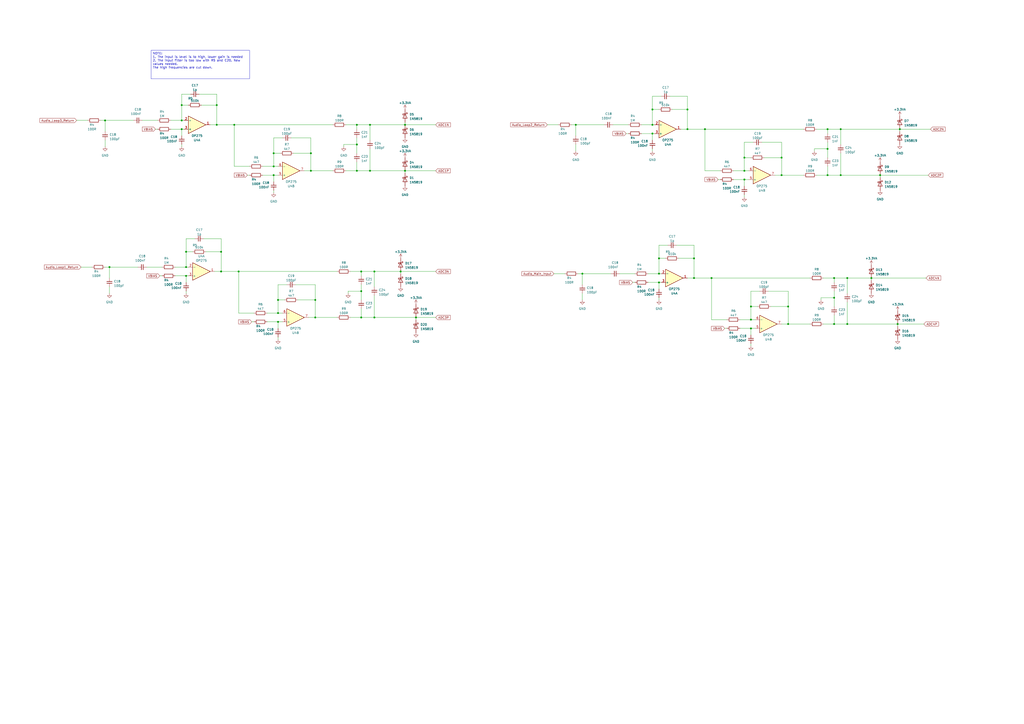
<source format=kicad_sch>
(kicad_sch (version 20231120) (generator "eeschema") (generator_version "8.0")
  (paper "A2")
  (junction (at 334.01 72.39))
  (junction (at 402.59 149.86))
  (junction (at 521.97 74.93))
  (junction (at 510.54 101.6))
  (junction (at 402.59 161.29))
  (junction (at 158.75 101.6))
  (junction (at 209.55 157.48))
  (junction (at 520.7 187.96))
  (junction (at 182.88 173.99))
  (junction (at 483.87 187.96))
  (junction (at 158.75 96.52))
  (junction (at 398.78 74.93))
  (junction (at 491.49 161.29))
  (junction (at 487.68 74.93))
  (junction (at 483.87 161.29))
  (junction (at 398.78 63.5))
  (junction (at 431.8 91.44))
  (junction (at 480.06 86.36))
  (junction (at 158.75 88.9))
  (junction (at 217.17 184.15))
  (junction (at 125.73 72.39))
  (junction (at 378.46 63.5))
  (junction (at 378.46 72.39))
  (junction (at 382.27 163.83))
  (junction (at 435.61 190.5))
  (junction (at 480.06 74.93))
  (junction (at 180.34 99.06))
  (junction (at 161.29 186.69))
  (junction (at 138.43 157.48))
  (junction (at 135.89 72.39))
  (junction (at 453.39 91.44))
  (junction (at 491.49 187.96))
  (junction (at 435.61 177.8))
  (junction (at 60.96 69.85))
  (junction (at 63.5 154.94))
  (junction (at 378.46 77.47))
  (junction (at 337.82 158.75))
  (junction (at 483.87 172.72))
  (junction (at 207.01 83.82))
  (junction (at 128.27 146.05))
  (junction (at 234.95 99.06))
  (junction (at 382.27 149.86))
  (junction (at 241.3 184.15))
  (junction (at 182.88 184.15))
  (junction (at 217.17 157.48))
  (junction (at 453.39 101.6))
  (junction (at 105.41 74.93))
  (junction (at 161.29 181.61))
  (junction (at 105.41 60.96))
  (junction (at 431.8 99.06))
  (junction (at 207.01 99.06))
  (junction (at 207.01 72.39))
  (junction (at 214.63 99.06))
  (junction (at 457.2 187.96))
  (junction (at 435.61 185.42))
  (junction (at 107.95 154.94))
  (junction (at 125.73 60.96))
  (junction (at 505.46 161.29))
  (junction (at 487.68 101.6))
  (junction (at 382.27 158.75))
  (junction (at 107.95 146.05))
  (junction (at 431.8 104.14))
  (junction (at 161.29 173.99))
  (junction (at 408.94 74.93))
  (junction (at 105.41 69.85))
  (junction (at 232.41 157.48))
  (junction (at 214.63 72.39))
  (junction (at 457.2 177.8))
  (junction (at 480.06 101.6))
  (junction (at 180.34 88.9))
  (junction (at 128.27 157.48))
  (junction (at 107.95 160.02))
  (junction (at 209.55 184.15))
  (junction (at 209.55 168.91))
  (junction (at 412.75 161.29))
  (junction (at 234.95 72.39))
  (wire (pts (xy 387.35 142.24) (xy 382.27 142.24)))
  (wire (pts (xy 382.27 158.75) (xy 383.54 158.75)))
  (wire (pts (xy 161.29 186.69) (xy 161.29 190.5)))
  (wire (pts (xy 209.55 168.91) (xy 209.55 173.99)))
  (wire (pts (xy 217.17 171.45) (xy 217.17 184.15)))
  (wire (pts (xy 417.83 99.06) (xy 408.94 99.06)))
  (wire (pts (xy 161.29 165.1) (xy 161.29 173.99)))
  (wire (pts (xy 110.49 54.61) (xy 105.41 54.61)))
  (wire (pts (xy 521.97 76.2) (xy 521.97 74.93)))
  (wire (pts (xy 487.68 101.6) (xy 510.54 101.6)))
  (wire (pts (xy 457.2 187.96) (xy 457.2 177.8)))
  (wire (pts (xy 440.69 168.91) (xy 435.61 168.91)))
  (wire (pts (xy 63.5 154.94) (xy 63.5 161.29)))
  (wire (pts (xy 378.46 63.5) (xy 382.27 63.5)))
  (wire (pts (xy 412.75 161.29) (xy 469.9 161.29)))
  (wire (pts (xy 207.01 99.06) (xy 207.01 93.98)))
  (wire (pts (xy 217.17 157.48) (xy 232.41 157.48)))
  (wire (pts (xy 394.97 74.93) (xy 398.78 74.93)))
  (wire (pts (xy 128.27 146.05) (xy 128.27 157.48)))
  (wire (pts (xy 63.5 166.37) (xy 63.5 170.18)))
  (wire (pts (xy 431.8 104.14) (xy 434.34 104.14)))
  (wire (pts (xy 101.6 160.02) (xy 107.95 160.02)))
  (wire (pts (xy 82.55 69.85) (xy 91.44 69.85)))
  (wire (pts (xy 234.95 99.06) (xy 252.73 99.06)))
  (wire (pts (xy 60.96 69.85) (xy 77.47 69.85)))
  (wire (pts (xy 473.71 74.93) (xy 480.06 74.93)))
  (wire (pts (xy 359.41 158.75) (xy 368.3 158.75)))
  (wire (pts (xy 331.47 72.39) (xy 334.01 72.39)))
  (wire (pts (xy 207.01 83.82) (xy 207.01 88.9)))
  (wire (pts (xy 383.54 55.88) (xy 378.46 55.88)))
  (wire (pts (xy 337.82 158.75) (xy 354.33 158.75)))
  (wire (pts (xy 115.57 54.61) (xy 125.73 54.61)))
  (wire (pts (xy 491.49 175.26) (xy 491.49 187.96)))
  (wire (pts (xy 472.44 86.36) (xy 480.06 86.36)))
  (wire (pts (xy 476.25 172.72) (xy 476.25 173.99)))
  (wire (pts (xy 402.59 149.86) (xy 402.59 161.29)))
  (wire (pts (xy 158.75 96.52) (xy 152.4 96.52)))
  (wire (pts (xy 435.61 190.5) (xy 435.61 194.31)))
  (wire (pts (xy 241.3 185.42) (xy 241.3 184.15)))
  (wire (pts (xy 372.11 72.39) (xy 378.46 72.39)))
  (wire (pts (xy 337.82 158.75) (xy 337.82 165.1)))
  (wire (pts (xy 480.06 74.93) (xy 487.68 74.93)))
  (wire (pts (xy 480.06 77.47) (xy 480.06 74.93)))
  (wire (pts (xy 118.11 138.43) (xy 128.27 138.43)))
  (wire (pts (xy 389.89 63.5) (xy 398.78 63.5)))
  (wire (pts (xy 378.46 63.5) (xy 378.46 55.88)))
  (wire (pts (xy 337.82 170.18) (xy 337.82 173.99)))
  (wire (pts (xy 435.61 199.39) (xy 435.61 200.66)))
  (wire (pts (xy 209.55 165.1) (xy 209.55 168.91)))
  (wire (pts (xy 116.84 60.96) (xy 125.73 60.96)))
  (wire (pts (xy 234.95 72.39) (xy 234.95 71.12)))
  (wire (pts (xy 135.89 96.52) (xy 135.89 72.39)))
  (wire (pts (xy 180.34 99.06) (xy 193.04 99.06)))
  (wire (pts (xy 378.46 86.36) (xy 378.46 87.63)))
  (wire (pts (xy 201.93 168.91) (xy 209.55 168.91)))
  (wire (pts (xy 214.63 99.06) (xy 207.01 99.06)))
  (wire (pts (xy 144.78 96.52) (xy 135.89 96.52)))
  (wire (pts (xy 128.27 157.48) (xy 138.43 157.48)))
  (wire (pts (xy 491.49 161.29) (xy 491.49 170.18)))
  (wire (pts (xy 382.27 149.86) (xy 382.27 142.24)))
  (wire (pts (xy 520.7 189.23) (xy 520.7 187.96)))
  (wire (pts (xy 180.34 80.01) (xy 180.34 88.9)))
  (wire (pts (xy 105.41 69.85) (xy 106.68 69.85)))
  (wire (pts (xy 158.75 101.6) (xy 158.75 105.41)))
  (wire (pts (xy 412.75 185.42) (xy 412.75 161.29)))
  (wire (pts (xy 321.31 158.75) (xy 327.66 158.75)))
  (wire (pts (xy 505.46 162.56) (xy 505.46 161.29)))
  (wire (pts (xy 487.68 88.9) (xy 487.68 101.6)))
  (wire (pts (xy 363.22 77.47) (xy 364.49 77.47)))
  (wire (pts (xy 234.95 100.33) (xy 234.95 99.06)))
  (wire (pts (xy 207.01 74.93) (xy 207.01 72.39)))
  (wire (pts (xy 207.01 80.01) (xy 207.01 83.82)))
  (wire (pts (xy 453.39 101.6) (xy 453.39 91.44)))
  (wire (pts (xy 334.01 72.39) (xy 334.01 78.74)))
  (wire (pts (xy 234.95 72.39) (xy 252.73 72.39)))
  (wire (pts (xy 402.59 149.86) (xy 402.59 142.24)))
  (wire (pts (xy 431.8 82.55) (xy 431.8 91.44)))
  (wire (pts (xy 214.63 72.39) (xy 214.63 81.28)))
  (wire (pts (xy 317.5 72.39) (xy 323.85 72.39)))
  (wire (pts (xy 420.37 190.5) (xy 421.64 190.5)))
  (wire (pts (xy 435.61 91.44) (xy 431.8 91.44)))
  (wire (pts (xy 85.09 154.94) (xy 93.98 154.94)))
  (wire (pts (xy 105.41 83.82) (xy 105.41 85.09)))
  (wire (pts (xy 128.27 146.05) (xy 128.27 138.43)))
  (wire (pts (xy 477.52 187.96) (xy 483.87 187.96)))
  (wire (pts (xy 152.4 101.6) (xy 158.75 101.6)))
  (wire (pts (xy 483.87 172.72) (xy 483.87 177.8)))
  (wire (pts (xy 90.17 74.93) (xy 91.44 74.93)))
  (wire (pts (xy 217.17 184.15) (xy 209.55 184.15)))
  (wire (pts (xy 135.89 72.39) (xy 193.04 72.39)))
  (wire (pts (xy 378.46 77.47) (xy 379.73 77.47)))
  (wire (pts (xy 483.87 187.96) (xy 483.87 182.88)))
  (wire (pts (xy 170.18 88.9) (xy 180.34 88.9)))
  (wire (pts (xy 416.56 104.14) (xy 417.83 104.14)))
  (wire (pts (xy 453.39 187.96) (xy 457.2 187.96)))
  (wire (pts (xy 161.29 181.61) (xy 154.94 181.61)))
  (wire (pts (xy 436.88 82.55) (xy 431.8 82.55)))
  (wire (pts (xy 457.2 168.91) (xy 457.2 177.8)))
  (wire (pts (xy 158.75 80.01) (xy 158.75 88.9)))
  (wire (pts (xy 491.49 187.96) (xy 483.87 187.96)))
  (wire (pts (xy 209.55 184.15) (xy 209.55 179.07)))
  (wire (pts (xy 214.63 99.06) (xy 234.95 99.06)))
  (wire (pts (xy 367.03 163.83) (xy 368.3 163.83)))
  (wire (pts (xy 214.63 72.39) (xy 234.95 72.39)))
  (wire (pts (xy 182.88 165.1) (xy 182.88 173.99)))
  (wire (pts (xy 392.43 142.24) (xy 402.59 142.24)))
  (wire (pts (xy 431.8 99.06) (xy 434.34 99.06)))
  (wire (pts (xy 166.37 165.1) (xy 161.29 165.1)))
  (wire (pts (xy 201.93 168.91) (xy 201.93 170.18)))
  (wire (pts (xy 382.27 163.83) (xy 383.54 163.83)))
  (wire (pts (xy 125.73 54.61) (xy 125.73 60.96)))
  (wire (pts (xy 334.01 72.39) (xy 350.52 72.39)))
  (wire (pts (xy 107.95 160.02) (xy 107.95 163.83)))
  (wire (pts (xy 147.32 181.61) (xy 138.43 181.61)))
  (wire (pts (xy 199.39 83.82) (xy 199.39 85.09)))
  (wire (pts (xy 372.11 77.47) (xy 378.46 77.47)))
  (wire (pts (xy 107.95 146.05) (xy 111.76 146.05)))
  (wire (pts (xy 99.06 69.85) (xy 105.41 69.85)))
  (wire (pts (xy 480.06 86.36) (xy 480.06 91.44)))
  (wire (pts (xy 143.51 101.6) (xy 144.78 101.6)))
  (wire (pts (xy 171.45 165.1) (xy 182.88 165.1)))
  (wire (pts (xy 121.92 72.39) (xy 125.73 72.39)))
  (wire (pts (xy 92.71 160.02) (xy 93.98 160.02)))
  (wire (pts (xy 408.94 99.06) (xy 408.94 74.93)))
  (wire (pts (xy 447.04 177.8) (xy 457.2 177.8)))
  (wire (pts (xy 491.49 161.29) (xy 505.46 161.29)))
  (wire (pts (xy 58.42 69.85) (xy 60.96 69.85)))
  (wire (pts (xy 435.61 168.91) (xy 435.61 177.8)))
  (wire (pts (xy 161.29 173.99) (xy 161.29 181.61)))
  (wire (pts (xy 180.34 99.06) (xy 180.34 88.9)))
  (wire (pts (xy 520.7 187.96) (xy 535.94 187.96)))
  (wire (pts (xy 408.94 74.93) (xy 466.09 74.93)))
  (wire (pts (xy 487.68 74.93) (xy 521.97 74.93)))
  (wire (pts (xy 172.72 173.99) (xy 182.88 173.99)))
  (wire (pts (xy 60.96 81.28) (xy 60.96 85.09)))
  (wire (pts (xy 107.95 154.94) (xy 107.95 146.05)))
  (wire (pts (xy 99.06 74.93) (xy 105.41 74.93)))
  (wire (pts (xy 168.91 80.01) (xy 180.34 80.01)))
  (wire (pts (xy 510.54 102.87) (xy 510.54 101.6)))
  (wire (pts (xy 445.77 168.91) (xy 457.2 168.91)))
  (wire (pts (xy 107.95 146.05) (xy 107.95 138.43)))
  (wire (pts (xy 453.39 101.6) (xy 466.09 101.6)))
  (wire (pts (xy 402.59 161.29) (xy 412.75 161.29)))
  (wire (pts (xy 453.39 82.55) (xy 453.39 91.44)))
  (wire (pts (xy 146.05 186.69) (xy 147.32 186.69)))
  (wire (pts (xy 443.23 91.44) (xy 453.39 91.44)))
  (wire (pts (xy 429.26 190.5) (xy 435.61 190.5)))
  (wire (pts (xy 382.27 172.72) (xy 382.27 173.99)))
  (wire (pts (xy 138.43 157.48) (xy 195.58 157.48)))
  (wire (pts (xy 421.64 185.42) (xy 412.75 185.42)))
  (wire (pts (xy 435.61 185.42) (xy 429.26 185.42)))
  (wire (pts (xy 161.29 181.61) (xy 163.83 181.61)))
  (wire (pts (xy 441.96 82.55) (xy 453.39 82.55)))
  (wire (pts (xy 388.62 55.88) (xy 398.78 55.88)))
  (wire (pts (xy 209.55 160.02) (xy 209.55 157.48)))
  (wire (pts (xy 480.06 101.6) (xy 480.06 96.52)))
  (wire (pts (xy 435.61 185.42) (xy 438.15 185.42)))
  (wire (pts (xy 375.92 163.83) (xy 382.27 163.83)))
  (wire (pts (xy 435.61 190.5) (xy 438.15 190.5)))
  (wire (pts (xy 378.46 72.39) (xy 378.46 63.5)))
  (wire (pts (xy 378.46 72.39) (xy 379.73 72.39)))
  (wire (pts (xy 398.78 63.5) (xy 398.78 74.93)))
  (wire (pts (xy 203.2 184.15) (xy 209.55 184.15)))
  (wire (pts (xy 158.75 110.49) (xy 158.75 111.76)))
  (wire (pts (xy 217.17 157.48) (xy 217.17 166.37)))
  (wire (pts (xy 107.95 168.91) (xy 107.95 170.18)))
  (wire (pts (xy 480.06 82.55) (xy 480.06 86.36)))
  (wire (pts (xy 241.3 184.15) (xy 252.73 184.15)))
  (wire (pts (xy 105.41 69.85) (xy 105.41 60.96)))
  (wire (pts (xy 505.46 161.29) (xy 537.21 161.29)))
  (wire (pts (xy 398.78 63.5) (xy 398.78 55.88)))
  (wire (pts (xy 431.8 104.14) (xy 431.8 107.95)))
  (wire (pts (xy 439.42 177.8) (xy 435.61 177.8)))
  (wire (pts (xy 473.71 101.6) (xy 480.06 101.6)))
  (wire (pts (xy 431.8 99.06) (xy 425.45 99.06)))
  (wire (pts (xy 487.68 74.93) (xy 487.68 83.82)))
  (wire (pts (xy 46.99 154.94) (xy 53.34 154.94)))
  (wire (pts (xy 44.45 69.85) (xy 50.8 69.85)))
  (wire (pts (xy 491.49 187.96) (xy 520.7 187.96)))
  (wire (pts (xy 161.29 195.58) (xy 161.29 196.85)))
  (wire (pts (xy 398.78 74.93) (xy 408.94 74.93)))
  (wire (pts (xy 158.75 88.9) (xy 158.75 96.52)))
  (wire (pts (xy 457.2 187.96) (xy 469.9 187.96)))
  (wire (pts (xy 101.6 154.94) (xy 107.95 154.94)))
  (wire (pts (xy 398.78 161.29) (xy 402.59 161.29)))
  (wire (pts (xy 476.25 172.72) (xy 483.87 172.72)))
  (wire (pts (xy 105.41 60.96) (xy 109.22 60.96)))
  (wire (pts (xy 182.88 184.15) (xy 195.58 184.15)))
  (wire (pts (xy 483.87 163.83) (xy 483.87 161.29)))
  (wire (pts (xy 382.27 149.86) (xy 386.08 149.86)))
  (wire (pts (xy 209.55 157.48) (xy 217.17 157.48)))
  (wire (pts (xy 60.96 69.85) (xy 60.96 76.2)))
  (wire (pts (xy 355.6 72.39) (xy 364.49 72.39)))
  (wire (pts (xy 335.28 158.75) (xy 337.82 158.75)))
  (wire (pts (xy 431.8 91.44) (xy 431.8 99.06)))
  (wire (pts (xy 158.75 96.52) (xy 161.29 96.52)))
  (wire (pts (xy 435.61 177.8) (xy 435.61 185.42)))
  (wire (pts (xy 125.73 72.39) (xy 135.89 72.39)))
  (wire (pts (xy 378.46 77.47) (xy 378.46 81.28)))
  (wire (pts (xy 63.5 154.94) (xy 80.01 154.94)))
  (wire (pts (xy 176.53 99.06) (xy 180.34 99.06)))
  (wire (pts (xy 119.38 146.05) (xy 128.27 146.05)))
  (wire (pts (xy 483.87 161.29) (xy 491.49 161.29)))
  (wire (pts (xy 105.41 54.61) (xy 105.41 60.96)))
  (wire (pts (xy 477.52 161.29) (xy 483.87 161.29)))
  (wire (pts (xy 105.41 74.93) (xy 106.68 74.93)))
  (wire (pts (xy 487.68 101.6) (xy 480.06 101.6)))
  (wire (pts (xy 483.87 168.91) (xy 483.87 172.72)))
  (wire (pts (xy 217.17 184.15) (xy 241.3 184.15)))
  (wire (pts (xy 382.27 163.83) (xy 382.27 167.64)))
  (wire (pts (xy 232.41 157.48) (xy 252.73 157.48)))
  (wire (pts (xy 199.39 83.82) (xy 207.01 83.82)))
  (wire (pts (xy 472.44 86.36) (xy 472.44 87.63)))
  (wire (pts (xy 203.2 157.48) (xy 209.55 157.48)))
  (wire (pts (xy 162.56 88.9) (xy 158.75 88.9)))
  (wire (pts (xy 393.7 149.86) (xy 402.59 149.86)))
  (wire (pts (xy 154.94 186.69) (xy 161.29 186.69)))
  (wire (pts (xy 163.83 80.01) (xy 158.75 80.01)))
  (wire (pts (xy 425.45 104.14) (xy 431.8 104.14)))
  (wire (pts (xy 521.97 74.93) (xy 539.75 74.93)))
  (wire (pts (xy 113.03 138.43) (xy 107.95 138.43)))
  (wire (pts (xy 161.29 186.69) (xy 163.83 186.69)))
  (wire (pts (xy 124.46 157.48) (xy 128.27 157.48)))
  (wire (pts (xy 107.95 154.94) (xy 109.22 154.94)))
  (wire (pts (xy 165.1 173.99) (xy 161.29 173.99)))
  (wire (pts (xy 125.73 60.96) (xy 125.73 72.39)))
  (wire (pts (xy 382.27 158.75) (xy 382.27 149.86)))
  (wire (pts (xy 232.41 158.75) (xy 232.41 157.48)))
  (wire (pts (xy 449.58 101.6) (xy 453.39 101.6)))
  (wire (pts (xy 214.63 86.36) (xy 214.63 99.06)))
  (wire (pts (xy 179.07 184.15) (xy 182.88 184.15)))
  (wire (pts (xy 431.8 113.03) (xy 431.8 114.3)))
  (wire (pts (xy 158.75 101.6) (xy 161.29 101.6)))
  (wire (pts (xy 334.01 83.82) (xy 334.01 87.63)))
  (wire (pts (xy 182.88 184.15) (xy 182.88 173.99)))
  (wire (pts (xy 107.95 160.02) (xy 109.22 160.02)))
  (wire (pts (xy 200.66 99.06) (xy 207.01 99.06)))
  (wire (pts (xy 60.96 154.94) (xy 63.5 154.94)))
  (wire (pts (xy 510.54 101.6) (xy 538.48 101.6)))
  (wire (pts (xy 105.41 74.93) (xy 105.41 78.74)))
  (wire (pts (xy 200.66 72.39) (xy 207.01 72.39)))
  (wire (pts (xy 375.92 158.75) (xy 382.27 158.75)))
  (wire (pts (xy 138.43 181.61) (xy 138.43 157.48)))
  (wire (pts (xy 207.01 72.39) (xy 214.63 72.39)))
  (text_box "NOTE: \n1. The input is level is to high, lower gain is needed\n2. The input filter is too low with R5 and C20. New values needed.\nThe high frequencies are cut down." (at 87.63 29.21 0) (size 57.15 16.51) (effects (font (size 1.27 1.27)) (justify left top)))
  (global_label "ADC1N" (shape input) (at 252.73 72.39 0) (property "Intersheetrefs" "${INTERSHEET_REFS}" (effects (hide yes))))
  (global_label "VBIAS" (shape input) (at 92.71 160.02 180) (property "Intersheetrefs" "${INTERSHEET_REFS}" (effects (hide yes))))
  (global_label "VBIAS" (shape input) (at 90.17 74.93 180) (property "Intersheetrefs" "${INTERSHEET_REFS}" (effects (hide yes))))
  (global_label "ADC4P" (shape input) (at 535.94 187.96 0) (property "Intersheetrefs" "${INTERSHEET_REFS}" (effects (hide yes))))
  (global_label "Audio_Main_Input" (shape input) (at 321.31 158.75 180) (property "Intersheetrefs" "${INTERSHEET_REFS}" (effects (hide yes))))
  (global_label "VBIAS" (shape input) (at 420.37 190.5 180) (property "Intersheetrefs" "${INTERSHEET_REFS}" (effects (hide yes))))
  (global_label "Audio_Loop3_Return" (shape input) (at 44.45 69.85 180) (property "Intersheetrefs" "${INTERSHEET_REFS}" (effects (hide yes))))
  (global_label "VBIAS" (shape input) (at 363.22 77.47 180) (property "Intersheetrefs" "${INTERSHEET_REFS}" (effects (hide yes))))
  (global_label "ADC2P" (shape input) (at 538.48 101.6 0) (property "Intersheetrefs" "${INTERSHEET_REFS}" (effects (hide yes))))
  (global_label "VBIAS" (shape input) (at 146.05 186.69 180) (property "Intersheetrefs" "${INTERSHEET_REFS}" (effects (hide yes))))
  (global_label "ADC4N" (shape input) (at 537.21 161.29 0) (property "Intersheetrefs" "${INTERSHEET_REFS}" (effects (hide yes))))
  (global_label "VBIAS" (shape input) (at 143.51 101.6 180) (property "Intersheetrefs" "${INTERSHEET_REFS}" (effects (hide yes))))
  (global_label "ADC1P" (shape input) (at 252.73 99.06 0) (property "Intersheetrefs" "${INTERSHEET_REFS}" (effects (hide yes))))
  (global_label "ADC3N" (shape input) (at 252.73 157.48 0) (property "Intersheetrefs" "${INTERSHEET_REFS}" (effects (hide yes))))
  (global_label "Audio_Loop2_Return" (shape input) (at 317.5 72.39 180) (property "Intersheetrefs" "${INTERSHEET_REFS}" (effects (hide yes))))
  (global_label "VBIAS" (shape input) (at 367.03 163.83 180) (property "Intersheetrefs" "${INTERSHEET_REFS}" (effects (hide yes))))
  (global_label "VBIAS" (shape input) (at 416.56 104.14 180) (property "Intersheetrefs" "${INTERSHEET_REFS}" (effects (hide yes))))
  (global_label "Audio_Loop1_Return" (shape input) (at 46.99 154.94 180) (property "Intersheetrefs" "${INTERSHEET_REFS}" (effects (hide yes))))
  (global_label "ADC3P" (shape input) (at 252.73 184.15 0) (property "Intersheetrefs" "${INTERSHEET_REFS}" (effects (hide yes))))
  (global_label "ADC2N" (shape input) (at 539.75 74.93 0) (property "Intersheetrefs" "${INTERSHEET_REFS}" (effects (hide yes))))
  (symbol (lib_id "Amplifier_Operational:OP275") (at 168.91 99.06 0) (mirror x) (unit 2)
    (property "Reference" "U4" (at 168.91 107.95 0))
    (property "Value" "OP275" (at 168.91 105.41 0))
    (property "Footprint" "Package_SO:SSOP-8_3.9x5.05mm_P1.27mm" (effects (hide yes)))
    (property "Datasheet" "https://www.analog.com/media/en/technical-documentation/data-sheets/OP275.pdf" (effects (hide yes)))
    (property "JLCPCB" "C161797" (effects (hide yes)))
    (property "LCSC Part" "C161797" (effects (hide yes)))
  )
  (symbol (lib_id "Device:R") (at 368.3 77.47 270) (mirror x) (unit 1)
    (property "Reference" "R4" (at 367.03 80.01 90))
    (property "Value" "100R" (at 368.3 82.55 90))
    (property "Footprint" "Resistor_SMD:R_0603_1608Metric" (effects (hide yes)))
    (property "JLCPCB" "C22775" (effects (hide yes)))
    (property "LCSC Part" "C22775" (effects (hide yes)))
    (instances (project "stm_audio_board_V3" (path "" (reference "R4") (unit 1)) (path "" (reference "R34") (unit 1))))
  )
  (symbol (lib_id "power:GND") (at 241.3 193.04 0) (unit 1)
    (property "Reference" "#PWR02" (effects (hide yes)))
    (property "Value" "GND" (at 241.3 198.12 0))
    (instances (project "stm_audio_board_V3" (path "" (reference "#PWR02") (unit 1)) (path "" (reference "#PWR01") (unit 1)) (path "" (reference "#PWR0208") (unit 1))))
  )
  (symbol (lib_id "Device:R") (at 421.64 99.06 270) (unit 1)
    (property "Reference" "R6" (at 421.64 93.98 90))
    (property "Value" "4k7" (at 421.64 96.52 90))
    (property "Footprint" "Resistor_SMD:R_0603_1608Metric" (effects (hide yes)))
    (property "JLCPCB" "C23162" (effects (hide yes)))
    (property "LCSC Part" "C23162" (effects (hide yes)))
    (instances (project "stm_audio_board_V3" (path "" (reference "R6") (unit 1)) (path "" (reference "R36") (unit 1))))
  )
  (symbol (lib_id "Device:C_Small") (at 443.23 168.91 90) (unit 1)
    (property "Reference" "C19" (at 443.2363 163.83 90))
    (property "Value" "100pF" (at 443.2363 166.37 90))
    (property "Footprint" "Capacitor_SMD:C_0603_1608Metric" (effects (hide yes)))
    (property "JLCPCB" "C14858" (effects (hide yes)))
    (property "LCSC Part" "C14858" (effects (hide yes)))
    (instances (project "stm_audio_board_V3" (path "" (reference "C19") (unit 1)) (path "" (reference "C100") (unit 1))))
  )
  (symbol (lib_id "Diode:1N5819") (at 505.46 157.48 270) (unit 1)
    (property "Reference" "D13" (at 508 156.5275 90) (effects (justify left)))
    (property "Value" "1N5819" (at 508 159.0675 90) (effects (justify left)))
    (property "Footprint" "Diode_SMD:D_SOD-323" (effects (hide yes)))
    (property "Datasheet" "http://www.vishay.com/docs/88525/1n5817.pdf" (effects (hide yes)))
    (property "JLCPCB" "C191023" (effects (hide yes)))
    (property "LCSC Part" "C191023" (effects (hide yes)))
  )
  (symbol (lib_id "Diode:1N5819") (at 505.46 166.37 270) (unit 1)
    (property "Reference" "D14" (at 508 165.4175 90) (effects (justify left)))
    (property "Value" "1N5819" (at 508 167.9575 90) (effects (justify left)))
    (property "Footprint" "Diode_SMD:D_SOD-323" (effects (hide yes)))
    (property "Datasheet" "http://www.vishay.com/docs/88525/1n5817.pdf" (effects (hide yes)))
    (property "JLCPCB" "C191023" (effects (hide yes)))
    (property "LCSC Part" "C191023" (effects (hide yes)))
  )
  (symbol (lib_id "Diode:1N5819") (at 234.95 95.25 270) (unit 1)
    (property "Reference" "D4" (at 237.49 94.2975 90) (effects (justify left)))
    (property "Value" "1N5819" (at 237.49 96.8375 90) (effects (justify left)))
    (property "Footprint" "Diode_SMD:D_SOD-323" (effects (hide yes)))
    (property "Datasheet" "http://www.vishay.com/docs/88525/1n5817.pdf" (effects (hide yes)))
    (property "JLCPCB" "C191023" (effects (hide yes)))
    (property "LCSC Part" "C191023" (effects (hide yes)))
  )
  (symbol (lib_id "Device:R") (at 389.89 149.86 270) (mirror x) (unit 1)
    (property "Reference" "R5" (at 387.35 146.05 90))
    (property "Value" "510k" (at 389.89 147.32 90))
    (property "Footprint" "Resistor_SMD:R_0603_1608Metric" (effects (hide yes)))
    (property "JLCPCB" "C23192" (effects (hide yes)))
    (property "LCSC Part" "C23192" (effects (hide yes)))
    (instances (project "stm_audio_board_V3" (path "" (reference "R5") (unit 1)) (path "" (reference "R53") (unit 1))))
  )
  (symbol (lib_id "power:GND") (at 105.41 85.09 0) (unit 1)
    (property "Reference" "#PWR02" (effects (hide yes)))
    (property "Value" "GND" (at 105.41 90.17 0))
    (instances (project "stm_audio_board_V3" (path "" (reference "#PWR02") (unit 1)) (path "" (reference "#PWR01") (unit 1)) (path "" (reference "#PWR012") (unit 1))))
  )
  (symbol (lib_id "Device:R") (at 473.71 187.96 270) (unit 1)
    (property "Reference" "R9" (at 473.71 182.88 90))
    (property "Value" "100R" (at 473.71 185.42 90))
    (property "Footprint" "Resistor_SMD:R_0603_1608Metric" (effects (hide yes)))
    (property "JLCPCB" "C22775" (effects (hide yes)))
    (property "LCSC Part" "C22775" (effects (hide yes)))
    (instances (project "stm_audio_board_V3" (path "" (reference "R9") (unit 1)) (path "" (reference "R58") (unit 1))))
  )
  (symbol (lib_id "power:+3.3VA") (at 505.46 153.67 0) (unit 1)
    (property "Reference" "#PWR082" (effects (hide yes)))
    (property "Value" "+3.3VA" (at 505.46 149.86 0))
    (instances (project "stm_audio_board_V3" (path "" (reference "#PWR082") (unit 1)) (path "" (reference "#PWR038") (unit 1)) (path "" (reference "#PWR0201") (unit 1))))
  )
  (symbol (lib_id "power:GND") (at 378.46 87.63 0) (unit 1)
    (property "Reference" "#PWR02" (effects (hide yes)))
    (property "Value" "GND" (at 378.46 92.71 0))
    (instances (project "stm_audio_board_V3" (path "" (reference "#PWR02") (unit 1)) (path "" (reference "#PWR01") (unit 1)) (path "" (reference "#PWR049") (unit 1))))
  )
  (symbol (lib_id "Device:R") (at 168.91 173.99 270) (unit 1)
    (property "Reference" "R7" (at 168.91 168.91 90))
    (property "Value" "4k7" (at 168.91 171.45 90))
    (property "Footprint" "Resistor_SMD:R_0603_1608Metric" (effects (hide yes)))
    (property "JLCPCB" "C23162" (effects (hide yes)))
    (property "LCSC Part" "C23162" (effects (hide yes)))
    (instances (project "stm_audio_board_V3" (path "" (reference "R7") (unit 1)) (path "" (reference "R47") (unit 1))))
  )
  (symbol (lib_id "Device:C_Small") (at 353.06 72.39 270) (unit 1)
    (property "Reference" "C18" (at 354.9586 66.04 90) (effects (justify right)))
    (property "Value" "100nF" (at 354.9586 68.58 90) (effects (justify right)))
    (property "Footprint" "Capacitor_SMD:C_0603_1608Metric" (effects (hide yes)))
    (property "JLCPCB" "C14663" (effects (hide yes)))
    (property "LCSC Part" "C14663" (effects (hide yes)))
    (instances (project "stm_audio_board_V3" (path "" (reference "C18") (unit 1)) (path "" (reference "C52") (unit 1))))
  )
  (symbol (lib_id "Device:C_Small") (at 491.49 172.72 180) (unit 1)
    (property "Reference" "C24" (at 494.03 172.0786 0) (effects (justify right)))
    (property "Value" "100pF" (at 494.03 174.6186 0) (effects (justify right)))
    (property "Footprint" "Capacitor_SMD:C_0603_1608Metric" (effects (hide yes)))
    (property "JLCPCB" "C14858" (effects (hide yes)))
    (property "LCSC Part" "C14858" (effects (hide yes)))
    (instances (project "stm_audio_board_V3" (path "" (reference "C24") (unit 1)) (path "" (reference "C107") (unit 1))))
  )
  (symbol (lib_id "Device:C_Small") (at 63.5 163.83 180) (unit 1)
    (property "Reference" "C18" (at 66.04 163.1886 0) (effects (justify right)))
    (property "Value" "100pF" (at 66.04 165.7286 0) (effects (justify right)))
    (property "Footprint" "Capacitor_SMD:C_0603_1608Metric" (effects (hide yes)))
    (property "JLCPCB" "C14858" (effects (hide yes)))
    (property "LCSC Part" "C14858" (effects (hide yes)))
    (instances (project "stm_audio_board_V3" (path "" (reference "C18") (unit 1)) (path "" (reference "C84") (unit 1))))
  )
  (symbol (lib_id "power:GND") (at 334.01 87.63 0) (unit 1)
    (property "Reference" "#PWR02" (effects (hide yes)))
    (property "Value" "GND" (at 334.01 92.71 0))
    (instances (project "stm_audio_board_V3" (path "" (reference "#PWR02") (unit 1)) (path "" (reference "#PWR01") (unit 1)) (path "" (reference "#PWR036") (unit 1))))
  )
  (symbol (lib_id "power:GND") (at 521.97 83.82 0) (unit 1)
    (property "Reference" "#PWR02" (effects (hide yes)))
    (property "Value" "GND" (at 521.97 88.9 0))
    (instances (project "stm_audio_board_V3" (path "" (reference "#PWR02") (unit 1)) (path "" (reference "#PWR01") (unit 1)) (path "" (reference "#PWR0198") (unit 1))))
  )
  (symbol (lib_id "Device:R") (at 327.66 72.39 90) (mirror x) (unit 1)
    (property "Reference" "R4" (at 326.39 74.93 90))
    (property "Value" "100R" (at 326.39 77.47 90))
    (property "Footprint" "Resistor_SMD:R_0603_1608Metric" (effects (hide yes)))
    (property "JLCPCB" "C22775" (effects (hide yes)))
    (property "LCSC Part" "C22775" (effects (hide yes)))
    (instances (project "stm_audio_board_V3" (path "" (reference "R4") (unit 1)) (path "" (reference "R28") (unit 1))))
  )
  (symbol (lib_id "Device:C_Small") (at 107.95 166.37 0) (unit 1)
    (property "Reference" "C18" (at 105.41 164.4714 0) (effects (justify right)))
    (property "Value" "100nF" (at 105.41 167.0114 0) (effects (justify right)))
    (property "Footprint" "Capacitor_SMD:C_0603_1608Metric" (effects (hide yes)))
    (property "JLCPCB" "C14663" (effects (hide yes)))
    (property "LCSC Part" "C14663" (effects (hide yes)))
    (instances (project "stm_audio_board_V3" (path "" (reference "C18") (unit 1)) (path "" (reference "C86") (unit 1))))
  )
  (symbol (lib_id "power:+3.3VA") (at 520.7 180.34 0) (unit 1)
    (property "Reference" "#PWR082" (effects (hide yes)))
    (property "Value" "+3.3VA" (at 520.7 176.53 0))
    (instances (project "stm_audio_board_V3" (path "" (reference "#PWR082") (unit 1)) (path "" (reference "#PWR038") (unit 1)) (path "" (reference "#PWR0203") (unit 1))))
  )
  (symbol (lib_id "power:+3.3VA") (at 232.41 149.86 0) (unit 1)
    (property "Reference" "#PWR082" (effects (hide yes)))
    (property "Value" "+3.3VA" (at 232.41 146.05 0))
    (instances (project "stm_audio_board_V3" (path "" (reference "#PWR082") (unit 1)) (path "" (reference "#PWR038") (unit 1)) (path "" (reference "#PWR0205") (unit 1))))
  )
  (symbol (lib_id "Device:C_Small") (at 209.55 162.56 180) (unit 1)
    (property "Reference" "C21" (at 212.09 161.9186 0) (effects (justify right)))
    (property "Value" "1nF" (at 212.09 164.4586 0) (effects (justify right)))
    (property "Footprint" "Capacitor_SMD:C_0603_1608Metric" (effects (hide yes)))
    (property "JLCPCB" "C1588" (effects (hide yes)))
    (property "LCSC Part" "C1588" (effects (hide yes)))
    (instances (project "stm_audio_board_V3" (path "" (reference "C21") (unit 1)) (path "" (reference "C92") (unit 1))))
  )
  (symbol (lib_id "Device:C_Small") (at 480.06 93.98 180) (unit 1)
    (property "Reference" "C23" (at 482.6 93.3386 0) (effects (justify right)))
    (property "Value" "1nF" (at 482.6 95.8786 0) (effects (justify right)))
    (property "Footprint" "Capacitor_SMD:C_0603_1608Metric" (effects (hide yes)))
    (property "JLCPCB" "C1588" (effects (hide yes)))
    (property "LCSC Part" "C1588" (effects (hide yes)))
    (instances (project "stm_audio_board_V3" (path "" (reference "C23") (unit 1)) (path "" (reference "C82") (unit 1))))
  )
  (symbol (lib_id "power:GND") (at 435.61 200.66 0) (unit 1)
    (property "Reference" "#PWR02" (effects (hide yes)))
    (property "Value" "GND" (at 435.61 205.74 0))
    (instances (project "stm_audio_board_V3" (path "" (reference "#PWR02") (unit 1)) (path "" (reference "#PWR01") (unit 1)) (path "" (reference "#PWR085") (unit 1))))
  )
  (symbol (lib_id "Device:R") (at 57.15 154.94 90) (mirror x) (unit 1)
    (property "Reference" "R4" (at 55.88 157.48 90))
    (property "Value" "100R" (at 55.88 160.02 90))
    (property "Footprint" "Resistor_SMD:R_0603_1608Metric" (effects (hide yes)))
    (property "JLCPCB" "C22775" (effects (hide yes)))
    (property "LCSC Part" "C22775" (effects (hide yes)))
    (instances (project "stm_audio_board_V3" (path "" (reference "R4") (unit 1)) (path "" (reference "R41") (unit 1))))
  )
  (symbol (lib_id "Diode:1N5819") (at 520.7 184.15 270) (unit 1)
    (property "Reference" "D15" (at 523.24 183.1975 90) (effects (justify left)))
    (property "Value" "1N5819" (at 523.24 185.7375 90) (effects (justify left)))
    (property "Footprint" "Diode_SMD:D_SOD-323" (effects (hide yes)))
    (property "Datasheet" "http://www.vishay.com/docs/88525/1n5817.pdf" (effects (hide yes)))
    (property "JLCPCB" "C191023" (effects (hide yes)))
    (property "LCSC Part" "C191023" (effects (hide yes)))
  )
  (symbol (lib_id "Diode:1N5819") (at 232.41 162.56 270) (unit 1)
    (property "Reference" "D18" (at 234.95 161.6075 90) (effects (justify left)))
    (property "Value" "1N5819" (at 234.95 164.1475 90) (effects (justify left)))
    (property "Footprint" "Diode_SMD:D_SOD-323" (effects (hide yes)))
    (property "Datasheet" "http://www.vishay.com/docs/88525/1n5817.pdf" (effects (hide yes)))
    (property "JLCPCB" "C191023" (effects (hide yes)))
    (property "LCSC Part" "C191023" (effects (hide yes)))
  )
  (symbol (lib_id "Device:C_Small") (at 161.29 193.04 0) (unit 1)
    (property "Reference" "C18" (at 158.75 191.1414 0) (effects (justify right)))
    (property "Value" "100nF" (at 158.75 193.6814 0) (effects (justify right)))
    (property "Footprint" "Capacitor_SMD:C_0603_1608Metric" (effects (hide yes)))
    (property "JLCPCB" "C14663" (effects (hide yes)))
    (property "LCSC Part" "C14663" (effects (hide yes)))
    (instances (project "stm_audio_board_V3" (path "" (reference "C18") (unit 1)) (path "" (reference "C88") (unit 1))))
  )
  (symbol (lib_id "Device:R") (at 115.57 146.05 270) (mirror x) (unit 1)
    (property "Reference" "R5" (at 113.03 142.24 90))
    (property "Value" "510k" (at 115.57 143.51 90))
    (property "Footprint" "Resistor_SMD:R_0603_1608Metric" (effects (hide yes)))
    (property "JLCPCB" "C23192" (effects (hide yes)))
    (property "LCSC Part" "C23192" (effects (hide yes)))
    (instances (project "stm_audio_board_V3" (path "" (reference "R5") (unit 1)) (path "" (reference "R44") (unit 1))))
  )
  (symbol (lib_id "Amplifier_Operational:OP275") (at 441.96 101.6 0) (mirror x) (unit 2)
    (property "Reference" "U4" (at 441.96 110.49 0))
    (property "Value" "OP275" (at 441.96 107.95 0))
    (property "Footprint" "Package_SO:SSOP-8_3.9x5.05mm_P1.27mm" (effects (hide yes)))
    (property "Datasheet" "https://www.analog.com/media/en/technical-documentation/data-sheets/OP275.pdf" (effects (hide yes)))
    (property "JLCPCB" "C161797" (effects (hide yes)))
    (property "LCSC Part" "C161797" (effects (hide yes)))
    (instances (project "stm_audio_board_V3" (path "" (reference "U4") (unit 2)) (path "" (reference "U8") (unit 2))))
  )
  (symbol (lib_id "power:GND") (at 232.41 166.37 0) (unit 1)
    (property "Reference" "#PWR02" (effects (hide yes)))
    (property "Value" "GND" (at 232.41 171.45 0))
    (instances (project "stm_audio_board_V3" (path "" (reference "#PWR02") (unit 1)) (path "" (reference "#PWR01") (unit 1)) (path "" (reference "#PWR0206") (unit 1))))
  )
  (symbol (lib_id "Device:R") (at 473.71 161.29 270) (unit 1)
    (property "Reference" "R8" (at 473.71 156.21 90))
    (property "Value" "100R" (at 473.71 158.75 90))
    (property "Footprint" "Resistor_SMD:R_0603_1608Metric" (effects (hide yes)))
    (property "JLCPCB" "C22775" (effects (hide yes)))
    (property "LCSC Part" "C22775" (effects (hide yes)))
    (instances (project "stm_audio_board_V3" (path "" (reference "R8") (unit 1)) (path "" (reference "R57") (unit 1))))
  )
  (symbol (lib_id "Device:C_Small") (at 382.27 170.18 0) (unit 1)
    (property "Reference" "C18" (at 379.73 168.2814 0) (effects (justify right)))
    (property "Value" "100nF" (at 379.73 170.8214 0) (effects (justify right)))
    (property "Footprint" "Capacitor_SMD:C_0603_1608Metric" (effects (hide yes)))
    (property "JLCPCB" "C14663" (effects (hide yes)))
    (property "LCSC Part" "C14663" (effects (hide yes)))
    (instances (project "stm_audio_board_V3" (path "" (reference "C18") (unit 1)) (path "" (reference "C97") (unit 1))))
  )
  (symbol (lib_id "Diode:1N5819") (at 234.95 104.14 270) (unit 1)
    (property "Reference" "D1" (at 237.49 103.1875 90) (effects (justify left)))
    (property "Value" "1N5819" (at 237.49 105.7275 90) (effects (justify left)))
    (property "Footprint" "Diode_SMD:D_SOD-323" (effects (hide yes)))
    (property "Datasheet" "http://www.vishay.com/docs/88525/1n5817.pdf" (effects (hide yes)))
    (property "JLCPCB" "C191023" (effects (hide yes)))
    (property "LCSC Part" "C191023" (effects (hide yes)))
  )
  (symbol (lib_id "power:GND") (at 476.25 173.99 0) (unit 1)
    (property "Reference" "#PWR02" (effects (hide yes)))
    (property "Value" "GND" (at 476.25 179.07 0))
    (instances (project "stm_audio_board_V3" (path "" (reference "#PWR02") (unit 1)) (path "" (reference "#PWR01") (unit 1)) (path "" (reference "#PWR088") (unit 1))))
  )
  (symbol (lib_id "Diode:1N5819") (at 521.97 71.12 270) (unit 1)
    (property "Reference" "D7" (at 524.51 70.1675 90) (effects (justify left)))
    (property "Value" "1N5819" (at 524.51 72.7075 90) (effects (justify left)))
    (property "Footprint" "Diode_SMD:D_SOD-323" (effects (hide yes)))
    (property "Datasheet" "http://www.vishay.com/docs/88525/1n5817.pdf" (effects (hide yes)))
    (property "JLCPCB" "C191023" (effects (hide yes)))
    (property "LCSC Part" "C191023" (effects (hide yes)))
  )
  (symbol (lib_id "Amplifier_Operational:OP275") (at 445.77 187.96 0) (mirror x) (unit 2)
    (property "Reference" "U4" (at 445.77 196.85 0))
    (property "Value" "OP275" (at 445.77 194.31 0))
    (property "Footprint" "Package_SO:SSOP-8_3.9x5.05mm_P1.27mm" (effects (hide yes)))
    (property "Datasheet" "https://www.analog.com/media/en/technical-documentation/data-sheets/OP275.pdf" (effects (hide yes)))
    (property "JLCPCB" "C161797" (effects (hide yes)))
    (property "LCSC Part" "C161797" (effects (hide yes)))
    (instances (project "stm_audio_board_V3" (path "" (reference "U4") (unit 2)) (path "" (reference "U12") (unit 2))))
  )
  (symbol (lib_id "Device:C_Small") (at 158.75 107.95 0) (unit 1)
    (property "Reference" "C18" (at 156.21 106.0514 0) (effects (justify right)))
    (property "Value" "100nF" (at 156.21 108.5914 0) (effects (justify right)))
    (property "Footprint" "Capacitor_SMD:C_0603_1608Metric" (effects (hide yes)))
    (property "JLCPCB" "C14663" (effects (hide yes)))
    (property "LCSC Part" "C14663" (effects (hide yes)))
  )
  (symbol (lib_id "Amplifier_Operational:OP275") (at 387.35 74.93 0) (mirror x) (unit 1)
    (property "Reference" "U4" (at 387.35 83.82 0))
    (property "Value" "OP275" (at 387.35 81.28 0))
    (property "Footprint" "Package_SO:SSOP-8_3.9x5.05mm_P1.27mm" (effects (hide yes)))
    (property "Datasheet" "https://www.analog.com/media/en/technical-documentation/data-sheets/OP275.pdf" (effects (hide yes)))
    (property "JLCPCB" "C161797" (effects (hide yes)))
    (property "LCSC Part" "C161797" (effects (hide yes)))
    (instances (project "stm_audio_board_V3" (path "" (reference "U4") (unit 1)) (path "" (reference "U8") (unit 1))))
  )
  (symbol (lib_id "power:GND") (at 60.96 85.09 0) (unit 1)
    (property "Reference" "#PWR02" (effects (hide yes)))
    (property "Value" "GND" (at 60.96 90.17 0))
    (instances (project "stm_audio_board_V3" (path "" (reference "#PWR02") (unit 1)) (path "" (reference "#PWR01") (unit 1)) (path "" (reference "#PWR029") (unit 1))))
  )
  (symbol (lib_id "Amplifier_Operational:OP275") (at 171.45 184.15 0) (mirror x) (unit 2)
    (property "Reference" "U4" (at 171.45 193.04 0))
    (property "Value" "OP275" (at 171.45 190.5 0))
    (property "Footprint" "Package_SO:SSOP-8_3.9x5.05mm_P1.27mm" (effects (hide yes)))
    (property "Datasheet" "https://www.analog.com/media/en/technical-documentation/data-sheets/OP275.pdf" (effects (hide yes)))
    (property "JLCPCB" "C161797" (effects (hide yes)))
    (property "LCSC Part" "C161797" (effects (hide yes)))
    (instances (project "stm_audio_board_V3" (path "" (reference "U4") (unit 2)) (path "" (reference "U10") (unit 2))))
  )
  (symbol (lib_id "power:+3.3VA") (at 234.95 63.5 0) (unit 1)
    (property "Reference" "#PWR082" (effects (hide yes)))
    (property "Value" "+3.3VA" (at 234.95 59.69 0))
    (instances (project "stm_audio_board_V3" (path "" (reference "#PWR082") (unit 1)) (path "" (reference "#PWR038") (unit 1)) (path "" (reference "#PWR0195") (unit 1))))
  )
  (symbol (lib_id "Diode:1N5819") (at 234.95 67.31 270) (unit 1)
    (property "Reference" "D5" (at 237.49 66.3575 90) (effects (justify left)))
    (property "Value" "1N5819" (at 237.49 68.8975 90) (effects (justify left)))
    (property "Footprint" "Diode_SMD:D_SOD-323" (effects (hide yes)))
    (property "Datasheet" "http://www.vishay.com/docs/88525/1n5817.pdf" (effects (hide yes)))
    (property "JLCPCB" "C191023" (effects (hide yes)))
    (property "LCSC Part" "C191023" (effects (hide yes)))
  )
  (symbol (lib_id "Amplifier_Operational:OP275") (at 116.84 157.48 0) (mirror x) (unit 1)
    (property "Reference" "U4" (at 116.84 148.59 0))
    (property "Value" "OP275" (at 116.84 151.13 0))
    (property "Footprint" "Package_SO:SSOP-8_3.9x5.05mm_P1.27mm" (effects (hide yes)))
    (property "Datasheet" "https://www.analog.com/media/en/technical-documentation/data-sheets/OP275.pdf" (effects (hide yes)))
    (property "JLCPCB" "C161797" (effects (hide yes)))
    (property "LCSC Part" "C161797" (effects (hide yes)))
    (instances (project "stm_audio_board_V3" (path "" (reference "U4") (unit 1)) (path "" (reference "U10") (unit 1))))
  )
  (symbol (lib_id "Device:R") (at 151.13 181.61 270) (unit 1)
    (property "Reference" "R6" (at 151.13 176.53 90))
    (property "Value" "4k7" (at 151.13 179.07 90))
    (property "Footprint" "Resistor_SMD:R_0603_1608Metric" (effects (hide yes)))
    (property "JLCPCB" "C23162" (effects (hide yes)))
    (property "LCSC Part" "C23162" (effects (hide yes)))
    (instances (project "stm_audio_board_V3" (path "" (reference "R6") (unit 1)) (path "" (reference "R45") (unit 1))))
  )
  (symbol (lib_id "Diode:1N5819") (at 232.41 153.67 270) (unit 1)
    (property "Reference" "D17" (at 234.95 152.7175 90) (effects (justify left)))
    (property "Value" "1N5819" (at 234.95 155.2575 90) (effects (justify left)))
    (property "Footprint" "Diode_SMD:D_SOD-323" (effects (hide yes)))
    (property "Datasheet" "http://www.vishay.com/docs/88525/1n5817.pdf" (effects (hide yes)))
    (property "JLCPCB" "C191023" (effects (hide yes)))
    (property "LCSC Part" "C191023" (effects (hide yes)))
  )
  (symbol (lib_id "power:GND") (at 158.75 111.76 0) (unit 1)
    (property "Reference" "#PWR02" (effects (hide yes)))
    (property "Value" "GND" (at 158.75 116.84 0))
    (instances (project "stm_audio_board_V3" (path "" (reference "#PWR02") (unit 1)) (path "" (reference "#PWR01") (unit 1)) (path "" (reference "#PWR013") (unit 1))))
  )
  (symbol (lib_id "power:GND") (at 337.82 173.99 0) (unit 1)
    (property "Reference" "#PWR02" (effects (hide yes)))
    (property "Value" "GND" (at 337.82 179.07 0))
    (instances (project "stm_audio_board_V3" (path "" (reference "#PWR02") (unit 1)) (path "" (reference "#PWR01") (unit 1)) (path "" (reference "#PWR073") (unit 1))))
  )
  (symbol (lib_id "Device:C_Small") (at 217.17 168.91 180) (unit 1)
    (property "Reference" "C24" (at 219.71 168.2686 0) (effects (justify right)))
    (property "Value" "100pF" (at 219.71 170.8086 0) (effects (justify right)))
    (property "Footprint" "Capacitor_SMD:C_0603_1608Metric" (effects (hide yes)))
    (property "JLCPCB" "C14858" (effects (hide yes)))
    (property "LCSC Part" "C14858" (effects (hide yes)))
    (instances (project "stm_audio_board_V3" (path "" (reference "C24") (unit 1)) (path "" (reference "C94") (unit 1))))
  )
  (symbol (lib_id "Device:R") (at 148.59 101.6 270) (mirror x) (unit 1)
    (property "Reference" "R4" (at 147.32 104.14 90))
    (property "Value" "100R" (at 148.59 106.68 90))
    (property "Footprint" "Resistor_SMD:R_0603_1608Metric" (effects (hide yes)))
    (property "JLCPCB" "C22775" (effects (hide yes)))
    (property "LCSC Part" "C22775" (effects (hide yes)))
    (instances (project "stm_audio_board_V3" (path "" (reference "R4") (unit 1)) (path "" (reference "R11") (unit 1))))
  )
  (symbol (lib_id "Diode:1N5819") (at 234.95 76.2 270) (unit 1)
    (property "Reference" "D6" (at 237.49 75.2475 90) (effects (justify left)))
    (property "Value" "1N5819" (at 237.49 77.7875 90) (effects (justify left)))
    (property "Footprint" "Diode_SMD:D_SOD-323" (effects (hide yes)))
    (property "Datasheet" "http://www.vishay.com/docs/88525/1n5817.pdf" (effects (hide yes)))
    (property "JLCPCB" "C191023" (effects (hide yes)))
    (property "LCSC Part" "C191023" (effects (hide yes)))
  )
  (symbol (lib_id "Device:C_Small") (at 166.37 80.01 90) (unit 1)
    (property "Reference" "C19" (at 166.3763 74.93 90))
    (property "Value" "100pF" (at 166.3763 77.47 90))
    (property "Footprint" "Capacitor_SMD:C_0603_1608Metric" (effects (hide yes)))
    (property "JLCPCB" "C14858" (effects (hide yes)))
    (property "LCSC Part" "C14858" (effects (hide yes)))
    (instances (project "stm_audio_board_V3" (path "" (reference "C19") (unit 1)) (path "" (reference "C21") (unit 1))))
  )
  (symbol (lib_id "Device:R") (at 372.11 163.83 270) (mirror x) (unit 1)
    (property "Reference" "R4" (at 370.84 166.37 90))
    (property "Value" "100R" (at 372.11 168.91 90))
    (property "Footprint" "Resistor_SMD:R_0603_1608Metric" (effects (hide yes)))
    (property "JLCPCB" "C22775" (effects (hide yes)))
    (property "LCSC Part" "C22775" (effects (hide yes)))
    (instances (project "stm_audio_board_V3" (path "" (reference "R4") (unit 1)) (path "" (reference "R52") (unit 1))))
  )
  (symbol (lib_id "Device:R") (at 199.39 184.15 270) (unit 1)
    (property "Reference" "R9" (at 199.39 179.07 90))
    (property "Value" "100R" (at 199.39 181.61 90))
    (property "Footprint" "Resistor_SMD:R_0603_1608Metric" (effects (hide yes)))
    (property "JLCPCB" "C22775" (effects (hide yes)))
    (property "LCSC Part" "C22775" (effects (hide yes)))
    (instances (project "stm_audio_board_V3" (path "" (reference "R9") (unit 1)) (path "" (reference "R49") (unit 1))))
  )
  (symbol (lib_id "Device:R") (at 95.25 69.85 270) (mirror x) (unit 1)
    (property "Reference" "R4" (at 93.98 64.77 90))
    (property "Value" "1M" (at 93.98 67.31 90))
    (property "Footprint" "Resistor_SMD:R_0603_1608Metric" (effects (hide yes)))
    (property "JLCPCB" "C22935" (effects (hide yes)))
    (property "LCSC Part" "C22935" (effects (hide yes)))
  )
  (symbol (lib_id "Device:R") (at 425.45 190.5 270) (mirror x) (unit 1)
    (property "Reference" "R4" (at 424.18 193.04 90))
    (property "Value" "100R" (at 425.45 195.58 90))
    (property "Footprint" "Resistor_SMD:R_0603_1608Metric" (effects (hide yes)))
    (property "JLCPCB" "C22775" (effects (hide yes)))
    (property "LCSC Part" "C22775" (effects (hide yes)))
    (instances (project "stm_audio_board_V3" (path "" (reference "R4") (unit 1)) (path "" (reference "R55") (unit 1))))
  )
  (symbol (lib_id "Diode:1N5819") (at 510.54 106.68 270) (unit 1)
    (property "Reference" "D12" (at 513.08 105.7275 90) (effects (justify left)))
    (property "Value" "1N5819" (at 513.08 108.2675 90) (effects (justify left)))
    (property "Footprint" "Diode_SMD:D_SOD-323" (effects (hide yes)))
    (property "Datasheet" "http://www.vishay.com/docs/88525/1n5817.pdf" (effects (hide yes)))
    (property "JLCPCB" "C191023" (effects (hide yes)))
    (property "LCSC Part" "C191023" (effects (hide yes)))
  )
  (symbol (lib_id "Device:C_Small") (at 431.8 110.49 0) (unit 1)
    (property "Reference" "C18" (at 429.26 108.5914 0) (effects (justify right)))
    (property "Value" "100nF" (at 429.26 111.1314 0) (effects (justify right)))
    (property "Footprint" "Capacitor_SMD:C_0603_1608Metric" (effects (hide yes)))
    (property "JLCPCB" "C14663" (effects (hide yes)))
    (property "LCSC Part" "C14663" (effects (hide yes)))
    (instances (project "stm_audio_board_V3" (path "" (reference "C18") (unit 1)) (path "" (reference "C66") (unit 1))))
  )
  (symbol (lib_id "Device:R") (at 331.47 158.75 90) (mirror x) (unit 1)
    (property "Reference" "R4" (at 330.2 161.29 90))
    (property "Value" "100R" (at 330.2 163.83 90))
    (property "Footprint" "Resistor_SMD:R_0603_1608Metric" (effects (hide yes)))
    (property "JLCPCB" "C22775" (effects (hide yes)))
    (property "LCSC Part" "C22775" (effects (hide yes)))
    (instances (project "stm_audio_board_V3" (path "" (reference "R4") (unit 1)) (path "" (reference "R50") (unit 1))))
  )
  (symbol (lib_id "Device:R") (at 439.42 91.44 270) (unit 1)
    (property "Reference" "R7" (at 439.42 86.36 90))
    (property "Value" "4k7" (at 439.42 88.9 90))
    (property "Footprint" "Resistor_SMD:R_0603_1608Metric" (effects (hide yes)))
    (property "JLCPCB" "C23162" (effects (hide yes)))
    (property "LCSC Part" "C23162" (effects (hide yes)))
    (instances (project "stm_audio_board_V3" (path "" (reference "R7") (unit 1)) (path "" (reference "R38") (unit 1))))
  )
  (symbol (lib_id "power:+3.3VA") (at 241.3 176.53 0) (unit 1)
    (property "Reference" "#PWR082" (effects (hide yes)))
    (property "Value" "+3.3VA" (at 241.3 172.72 0))
    (instances (project "stm_audio_board_V3" (path "" (reference "#PWR082") (unit 1)) (path "" (reference "#PWR038") (unit 1)) (path "" (reference "#PWR0207") (unit 1))))
  )
  (symbol (lib_id "power:+3.3VA") (at 510.54 93.98 0) (unit 1)
    (property "Reference" "#PWR082" (effects (hide yes)))
    (property "Value" "+3.3VA" (at 510.54 90.17 0))
    (instances (project "stm_audio_board_V3" (path "" (reference "#PWR082") (unit 1)) (path "" (reference "#PWR038") (unit 1)) (path "" (reference "#PWR0199") (unit 1))))
  )
  (symbol (lib_id "Device:C_Small") (at 483.87 166.37 180) (unit 1)
    (property "Reference" "C21" (at 486.41 165.7286 0) (effects (justify right)))
    (property "Value" "1nF" (at 486.41 168.2686 0) (effects (justify right)))
    (property "Footprint" "Capacitor_SMD:C_0603_1608Metric" (effects (hide yes)))
    (property "JLCPCB" "C1588" (effects (hide yes)))
    (property "LCSC Part" "C1588" (effects (hide yes)))
    (instances (project "stm_audio_board_V3" (path "" (reference "C21") (unit 1)) (path "" (reference "C101") (unit 1))))
  )
  (symbol (lib_id "Device:C_Small") (at 386.08 55.88 90) (mirror x) (unit 1)
    (property "Reference" "C17" (at 386.0863 50.8 90))
    (property "Value" "1p" (at 386.0863 53.34 90))
    (property "Footprint" "Capacitor_SMD:C_0603_1608Metric" (effects (hide yes)))
    (instances (project "stm_audio_board_V3" (path "" (reference "C17") (unit 1)) (path "" (reference "C65") (unit 1))))
  )
  (symbol (lib_id "Device:C_Small") (at 389.89 142.24 90) (mirror x) (unit 1)
    (property "Reference" "C17" (at 389.8963 137.16 90))
    (property "Value" "1p" (at 389.8963 139.7 90))
    (property "Footprint" "Capacitor_SMD:C_0603_1608Metric" (effects (hide yes)))
    (instances (project "stm_audio_board_V3" (path "" (reference "C17") (unit 1)) (path "" (reference "C98") (unit 1))))
  )
  (symbol (lib_id "power:GND") (at 63.5 170.18 0) (unit 1)
    (property "Reference" "#PWR02" (effects (hide yes)))
    (property "Value" "GND" (at 63.5 175.26 0))
    (instances (project "stm_audio_board_V3" (path "" (reference "#PWR02") (unit 1)) (path "" (reference "#PWR01") (unit 1)) (path "" (reference "#PWR058") (unit 1))))
  )
  (symbol (lib_id "Device:C_Small") (at 480.06 80.01 180) (unit 1)
    (property "Reference" "C21" (at 482.6 79.3686 0) (effects (justify right)))
    (property "Value" "1nF" (at 482.6 81.9086 0) (effects (justify right)))
    (property "Footprint" "Capacitor_SMD:C_0603_1608Metric" (effects (hide yes)))
    (property "JLCPCB" "C1588" (effects (hide yes)))
    (property "LCSC Part" "C1588" (effects (hide yes)))
    (instances (project "stm_audio_board_V3" (path "" (reference "C21") (unit 1)) (path "" (reference "C74") (unit 1))))
  )
  (symbol (lib_id "power:+3.3VA") (at 234.95 91.44 0) (unit 1)
    (property "Reference" "#PWR082" (effects (hide yes)))
    (property "Value" "+3.3VA" (at 234.95 87.63 0))
    (instances (project "stm_audio_board_V3" (path "" (reference "#PWR082") (unit 1)) (path "" (reference "#PWR038") (unit 1)) (path "" (reference "#PWR0194") (unit 1))))
  )
  (symbol (lib_id "power:GND") (at 472.44 87.63 0) (unit 1)
    (property "Reference" "#PWR02" (effects (hide yes)))
    (property "Value" "GND" (at 472.44 92.71 0))
    (instances (project "stm_audio_board_V3" (path "" (reference "#PWR02") (unit 1)) (path "" (reference "#PWR01") (unit 1)) (path "" (reference "#PWR057") (unit 1))))
  )
  (symbol (lib_id "Device:R") (at 425.45 185.42 270) (unit 1)
    (property "Reference" "R6" (at 425.45 180.34 90))
    (property "Value" "4k7" (at 425.45 182.88 90))
    (property "Footprint" "Resistor_SMD:R_0603_1608Metric" (effects (hide yes)))
    (property "JLCPCB" "C23162" (effects (hide yes)))
    (property "LCSC Part" "C23162" (effects (hide yes)))
    (instances (project "stm_audio_board_V3" (path "" (reference "R6") (unit 1)) (path "" (reference "R54") (unit 1))))
  )
  (symbol (lib_id "Device:C_Small") (at 82.55 154.94 270) (unit 1)
    (property "Reference" "C18" (at 84.4486 148.59 90) (effects (justify right)))
    (property "Value" "100nF" (at 84.4486 151.13 90) (effects (justify right)))
    (property "Footprint" "Capacitor_SMD:C_0603_1608Metric" (effects (hide yes)))
    (property "JLCPCB" "C14663" (effects (hide yes)))
    (property "LCSC Part" "C14663" (effects (hide yes)))
    (instances (project "stm_audio_board_V3" (path "" (reference "C18") (unit 1)) (path "" (reference "C85") (unit 1))))
  )
  (symbol (lib_id "power:GND") (at 505.46 170.18 0) (unit 1)
    (property "Reference" "#PWR02" (effects (hide yes)))
    (property "Value" "GND" (at 505.46 175.26 0))
    (instances (project "stm_audio_board_V3" (path "" (reference "#PWR02") (unit 1)) (path "" (reference "#PWR01") (unit 1)) (path "" (reference "#PWR0202") (unit 1))))
  )
  (symbol (lib_id "Device:C_Small") (at 105.41 81.28 0) (unit 1)
    (property "Reference" "C18" (at 102.87 79.3814 0) (effects (justify right)))
    (property "Value" "100nF" (at 102.87 81.9214 0) (effects (justify right)))
    (property "Footprint" "Capacitor_SMD:C_0603_1608Metric" (effects (hide yes)))
    (property "JLCPCB" "C14663" (effects (hide yes)))
    (property "LCSC Part" "C14663" (effects (hide yes)))
    (instances (project "stm_audio_board_V3" (path "" (reference "C18") (unit 1)) (path "" (reference "C17") (unit 1))))
  )
  (symbol (lib_id "Device:R") (at 166.37 88.9 270) (unit 1)
    (property "Reference" "R7" (at 166.37 83.82 90))
    (property "Value" "4k7" (at 166.37 86.36 90))
    (property "Footprint" "Resistor_SMD:R_0603_1608Metric" (effects (hide yes)))
    (property "JLCPCB" "C23162" (effects (hide yes)))
    (property "LCSC Part" "C23162" (effects (hide yes)))
  )
  (symbol (lib_id "power:GND") (at 510.54 110.49 0) (unit 1)
    (property "Reference" "#PWR02" (effects (hide yes)))
    (property "Value" "GND" (at 510.54 115.57 0))
    (instances (project "stm_audio_board_V3" (path "" (reference "#PWR02") (unit 1)) (path "" (reference "#PWR01") (unit 1)) (path "" (reference "#PWR0200") (unit 1))))
  )
  (symbol (lib_id "Device:R") (at 196.85 72.39 270) (unit 1)
    (property "Reference" "R8" (at 196.85 67.31 90))
    (property "Value" "100R" (at 196.85 69.85 90))
    (property "Footprint" "Resistor_SMD:R_0603_1608Metric" (effects (hide yes)))
    (property "JLCPCB" "C22775" (effects (hide yes)))
    (property "LCSC Part" "C22775" (effects (hide yes)))
  )
  (symbol (lib_id "Device:C_Small") (at 334.01 81.28 180) (unit 1)
    (property "Reference" "C18" (at 336.55 80.6386 0) (effects (justify right)))
    (property "Value" "100pF" (at 336.55 83.1786 0) (effects (justify right)))
    (property "Footprint" "Capacitor_SMD:C_0603_1608Metric" (effects (hide yes)))
    (property "JLCPCB" "C14858" (effects (hide yes)))
    (property "LCSC Part" "C14858" (effects (hide yes)))
    (instances (project "stm_audio_board_V3" (path "" (reference "C18") (unit 1)) (path "" (reference "C2") (unit 1))))
  )
  (symbol (lib_id "Device:R") (at 151.13 186.69 270) (mirror x) (unit 1)
    (property "Reference" "R4" (at 149.86 189.23 90))
    (property "Value" "100R" (at 151.13 191.77 90))
    (property "Footprint" "Resistor_SMD:R_0603_1608Metric" (effects (hide yes)))
    (property "JLCPCB" "C22775" (effects (hide yes)))
    (property "LCSC Part" "C22775" (effects (hide yes)))
    (instances (project "stm_audio_board_V3" (path "" (reference "R4") (unit 1)) (path "" (reference "R46") (unit 1))))
  )
  (symbol (lib_id "power:GND") (at 161.29 196.85 0) (unit 1)
    (property "Reference" "#PWR02" (effects (hide yes)))
    (property "Value" "GND" (at 161.29 201.93 0))
    (instances (project "stm_audio_board_V3" (path "" (reference "#PWR02") (unit 1)) (path "" (reference "#PWR01") (unit 1)) (path "" (reference "#PWR068") (unit 1))))
  )
  (symbol (lib_id "Diode:1N5819") (at 521.97 80.01 270) (unit 1)
    (property "Reference" "D8" (at 524.51 79.0575 90) (effects (justify left)))
    (property "Value" "1N5819" (at 524.51 81.5975 90) (effects (justify left)))
    (property "Footprint" "Diode_SMD:D_SOD-323" (effects (hide yes)))
    (property "Datasheet" "http://www.vishay.com/docs/88525/1n5817.pdf" (effects (hide yes)))
    (property "JLCPCB" "C191023" (effects (hide yes)))
    (property "LCSC Part" "C191023" (effects (hide yes)))
  )
  (symbol (lib_id "Device:R") (at 196.85 99.06 270) (unit 1)
    (property "Reference" "R9" (at 196.85 93.98 90))
    (property "Value" "100R" (at 196.85 96.52 90))
    (property "Footprint" "Resistor_SMD:R_0603_1608Metric" (effects (hide yes)))
    (property "JLCPCB" "C22775" (effects (hide yes)))
    (property "LCSC Part" "C22775" (effects (hide yes)))
  )
  (symbol (lib_id "Device:C_Small") (at 207.01 91.44 180) (unit 1)
    (property "Reference" "C23" (at 209.55 90.7986 0) (effects (justify right)))
    (property "Value" "1nF" (at 209.55 93.3386 0) (effects (justify right)))
    (property "Footprint" "Capacitor_SMD:C_0603_1608Metric" (effects (hide yes)))
    (property "JLCPCB" "C1588" (effects (hide yes)))
    (property "LCSC Part" "C1588" (effects (hide yes)))
    (instances (project "stm_audio_board_V3" (path "" (reference "C23") (unit 1)) (path "" (reference "C50") (unit 1))))
  )
  (symbol (lib_id "Diode:1N5819") (at 241.3 189.23 270) (unit 1)
    (property "Reference" "D20" (at 243.84 188.2775 90) (effects (justify left)))
    (property "Value" "1N5819" (at 243.84 190.8175 90) (effects (justify left)))
    (property "Footprint" "Diode_SMD:D_SOD-323" (effects (hide yes)))
    (property "Datasheet" "http://www.vishay.com/docs/88525/1n5817.pdf" (effects (hide yes)))
    (property "JLCPCB" "C191023" (effects (hide yes)))
    (property "LCSC Part" "C191023" (effects (hide yes)))
  )
  (symbol (lib_id "Device:C_Small") (at 209.55 176.53 180) (unit 1)
    (property "Reference" "C23" (at 212.09 175.8886 0) (effects (justify right)))
    (property "Value" "1nF" (at 212.09 178.4286 0) (effects (justify right)))
    (property "Footprint" "Capacitor_SMD:C_0603_1608Metric" (effects (hide yes)))
    (property "JLCPCB" "C1588" (effects (hide yes)))
    (property "LCSC Part" "C1588" (effects (hide yes)))
    (instances (project "stm_audio_board_V3" (path "" (reference "C23") (unit 1)) (path "" (reference "C93") (unit 1))))
  )
  (symbol (lib_id "Amplifier_Operational:OP275") (at 391.16 161.29 0) (mirror x) (unit 1)
    (property "Reference" "U4" (at 391.16 170.18 0))
    (property "Value" "OP275" (at 391.16 167.64 0))
    (property "Footprint" "Package_SO:SSOP-8_3.9x5.05mm_P1.27mm" (effects (hide yes)))
    (property "Datasheet" "https://www.analog.com/media/en/technical-documentation/data-sheets/OP275.pdf" (effects (hide yes)))
    (property "JLCPCB" "C161797" (effects (hide yes)))
    (property "LCSC Part" "C161797" (effects (hide yes)))
    (instances (project "stm_audio_board_V3" (path "" (reference "U4") (unit 1)) (path "" (reference "U12") (unit 1))))
  )
  (symbol (lib_id "power:+3.3VA") (at 521.97 67.31 0) (unit 1)
    (property "Reference" "#PWR082" (effects (hide yes)))
    (property "Value" "+3.3VA" (at 521.97 63.5 0))
    (instances (project "stm_audio_board_V3" (path "" (reference "#PWR082") (unit 1)) (path "" (reference "#PWR038") (unit 1)) (path "" (reference "#PWR0197") (unit 1))))
  )
  (symbol (lib_id "Device:R") (at 443.23 177.8 270) (unit 1)
    (property "Reference" "R7" (at 443.23 172.72 90))
    (property "Value" "4k7" (at 443.23 175.26 90))
    (property "Footprint" "Resistor_SMD:R_0603_1608Metric" (effects (hide yes)))
    (property "JLCPCB" "C23162" (effects (hide yes)))
    (property "LCSC Part" "C23162" (effects (hide yes)))
    (instances (project "stm_audio_board_V3" (path "" (reference "R7") (unit 1)) (path "" (reference "R56") (unit 1))))
  )
  (symbol (lib_id "Device:R") (at 469.9 101.6 270) (unit 1)
    (property "Reference" "R9" (at 469.9 96.52 90))
    (property "Value" "100R" (at 469.9 99.06 90))
    (property "Footprint" "Resistor_SMD:R_0603_1608Metric" (effects (hide yes)))
    (property "JLCPCB" "C22775" (effects (hide yes)))
    (property "LCSC Part" "C22775" (effects (hide yes)))
    (instances (project "stm_audio_board_V3" (path "" (reference "R9") (unit 1)) (path "" (reference "R40") (unit 1))))
  )
  (symbol (lib_id "Device:C_Small") (at 435.61 196.85 0) (unit 1)
    (property "Reference" "C18" (at 433.07 194.9514 0) (effects (justify right)))
    (property "Value" "100nF" (at 433.07 197.4914 0) (effects (justify right)))
    (property "Footprint" "Capacitor_SMD:C_0603_1608Metric" (effects (hide yes)))
    (property "JLCPCB" "C14663" (effects (hide yes)))
    (property "LCSC Part" "C14663" (effects (hide yes)))
    (instances (project "stm_audio_board_V3" (path "" (reference "C18") (unit 1)) (path "" (reference "C99") (unit 1))))
  )
  (symbol (lib_id "power:GND") (at 234.95 107.95 0) (unit 1)
    (property "Reference" "#PWR02" (effects (hide yes)))
    (property "Value" "GND" (at 234.95 113.03 0))
    (instances (project "stm_audio_board_V3" (path "" (reference "#PWR02") (unit 1)) (path "" (reference "#PWR01") (unit 1)) (path "" (reference "#PWR0193") (unit 1))))
  )
  (symbol (lib_id "Device:R") (at 386.08 63.5 270) (mirror x) (unit 1)
    (property "Reference" "R5" (at 383.54 59.69 90))
    (property "Value" "510k" (at 386.08 60.96 90))
    (property "Footprint" "Resistor_SMD:R_0603_1608Metric" (effects (hide yes)))
    (property "JLCPCB" "C23192" (effects (hide yes)))
    (property "LCSC Part" "C23192" (effects (hide yes)))
    (instances (project "stm_audio_board_V3" (path "" (reference "R5") (unit 1)) (path "" (reference "R35") (unit 1))))
  )
  (symbol (lib_id "power:GND") (at 201.93 170.18 0) (unit 1)
    (property "Reference" "#PWR02" (effects (hide yes)))
    (property "Value" "GND" (at 201.93 175.26 0))
    (instances (project "stm_audio_board_V3" (path "" (reference "#PWR02") (unit 1)) (path "" (reference "#PWR01") (unit 1)) (path "" (reference "#PWR072") (unit 1))))
  )
  (symbol (lib_id "Device:C_Small") (at 378.46 83.82 0) (unit 1)
    (property "Reference" "C18" (at 375.92 81.9214 0) (effects (justify right)))
    (property "Value" "100nF" (at 375.92 84.4614 0) (effects (justify right)))
    (property "Footprint" "Capacitor_SMD:C_0603_1608Metric" (effects (hide yes)))
    (property "JLCPCB" "C14663" (effects (hide yes)))
    (property "LCSC Part" "C14663" (effects (hide yes)))
    (instances (project "stm_audio_board_V3" (path "" (reference "C18") (unit 1)) (path "" (reference "C53") (unit 1))))
  )
  (symbol (lib_id "power:GND") (at 520.7 196.85 0) (unit 1)
    (property "Reference" "#PWR02" (effects (hide yes)))
    (property "Value" "GND" (at 520.7 201.93 0))
    (instances (project "stm_audio_board_V3" (path "" (reference "#PWR02") (unit 1)) (path "" (reference "#PWR01") (unit 1)) (path "" (reference "#PWR0204") (unit 1))))
  )
  (symbol (lib_id "Device:C_Small") (at 356.87 158.75 270) (unit 1)
    (property "Reference" "C18" (at 358.7686 152.4 90) (effects (justify right)))
    (property "Value" "100nF" (at 358.7686 154.94 90) (effects (justify right)))
    (property "Footprint" "Capacitor_SMD:C_0603_1608Metric" (effects (hide yes)))
    (property "JLCPCB" "C14663" (effects (hide yes)))
    (property "LCSC Part" "C14663" (effects (hide yes)))
    (instances (project "stm_audio_board_V3" (path "" (reference "C18") (unit 1)) (path "" (reference "C96") (unit 1))))
  )
  (symbol (lib_id "power:GND") (at 234.95 80.01 0) (unit 1)
    (property "Reference" "#PWR02" (effects (hide yes)))
    (property "Value" "GND" (at 234.95 85.09 0))
    (instances (project "stm_audio_board_V3" (path "" (reference "#PWR02") (unit 1)) (path "" (reference "#PWR01") (unit 1)) (path "" (reference "#PWR0196") (unit 1))))
  )
  (symbol (lib_id "Device:R") (at 97.79 154.94 270) (mirror x) (unit 1)
    (property "Reference" "R4" (at 96.52 149.86 90))
    (property "Value" "1M" (at 96.52 152.4 90))
    (property "Footprint" "Resistor_SMD:R_0603_1608Metric" (effects (hide yes)))
    (property "JLCPCB" "C22935" (effects (hide yes)))
    (property "LCSC Part" "C22935" (effects (hide yes)))
    (instances (project "stm_audio_board_V3" (path "" (reference "R4") (unit 1)) (path "" (reference "R42") (unit 1))))
  )
  (symbol (lib_id "Device:C_Small") (at 214.63 83.82 180) (unit 1)
    (property "Reference" "C24" (at 217.17 83.1786 0) (effects (justify right)))
    (property "Value" "100pF" (at 217.17 85.7186 0) (effects (justify right)))
    (property "Footprint" "Capacitor_SMD:C_0603_1608Metric" (effects (hide yes)))
    (property "JLCPCB" "C14858" (effects (hide yes)))
    (property "LCSC Part" "C14858" (effects (hide yes)))
    (instances (project "stm_audio_board_V3" (path "" (reference "C24") (unit 1)) (path "" (reference "C51") (unit 1))))
  )
  (symbol (lib_id "Device:C_Small") (at 113.03 54.61 90) (mirror x) (unit 1)
    (property "Reference" "C17" (at 113.0363 49.53 90))
    (property "Value" "1p" (at 113.0363 52.07 90))
    (property "Footprint" "Capacitor_SMD:C_0603_1608Metric" (effects (hide yes)))
    (instances (project "stm_audio_board_V3" (path "" (reference "C17") (unit 1)) (path "" (reference "C20") (unit 1))))
  )
  (symbol (lib_id "Device:R") (at 97.79 160.02 270) (mirror x) (unit 1)
    (property "Reference" "R4" (at 96.52 162.56 90))
    (property "Value" "100R" (at 97.79 165.1 90))
    (property "Footprint" "Resistor_SMD:R_0603_1608Metric" (effects (hide yes)))
    (property "JLCPCB" "C22775" (effects (hide yes)))
    (property "LCSC Part" "C22775" (effects (hide yes)))
    (instances (project "stm_audio_board_V3" (path "" (reference "R4") (unit 1)) (path "" (reference "R43") (unit 1))))
  )
  (symbol (lib_id "Device:R") (at 421.64 104.14 270) (mirror x) (unit 1)
    (property "Reference" "R4" (at 420.37 106.68 90))
    (property "Value" "100R" (at 421.64 109.22 90))
    (property "Footprint" "Resistor_SMD:R_0603_1608Metric" (effects (hide yes)))
    (property "JLCPCB" "C22775" (effects (hide yes)))
    (property "LCSC Part" "C22775" (effects (hide yes)))
    (instances (project "stm_audio_board_V3" (path "" (reference "R4") (unit 1)) (path "" (reference "R37") (unit 1))))
  )
  (symbol (lib_id "power:GND") (at 107.95 170.18 0) (unit 1)
    (property "Reference" "#PWR02" (effects (hide yes)))
    (property "Value" "GND" (at 107.95 175.26 0))
    (instances (project "stm_audio_board_V3" (path "" (reference "#PWR02") (unit 1)) (path "" (reference "#PWR01") (unit 1)) (path "" (reference "#PWR063") (unit 1))))
  )
  (symbol (lib_id "Device:C_Small") (at 60.96 78.74 180) (unit 1)
    (property "Reference" "C18" (at 63.5 78.0986 0) (effects (justify right)))
    (property "Value" "100pF" (at 63.5 80.6386 0) (effects (justify right)))
    (property "Footprint" "Capacitor_SMD:C_0603_1608Metric" (effects (hide yes)))
    (property "JLCPCB" "C14858" (effects (hide yes)))
    (property "LCSC Part" "C14858" (effects (hide yes)))
    (instances (project "stm_audio_board_V3" (path "" (reference "C18") (unit 1)) (path "" (reference "C19") (unit 1))))
  )
  (symbol (lib_id "Device:C_Small") (at 80.01 69.85 270) (unit 1)
    (property "Reference" "C18" (at 81.9086 63.5 90) (effects (justify right)))
    (property "Value" "100nF" (at 81.9086 66.04 90) (effects (justify right)))
    (property "Footprint" "Capacitor_SMD:C_0603_1608Metric" (effects (hide yes)))
    (property "JLCPCB" "C14663" (effects (hide yes)))
    (property "LCSC Part" "C14663" (effects (hide yes)))
    (instances (project "stm_audio_board_V3" (path "" (reference "C18") (unit 1)) (path "" (reference "C73") (unit 1))))
  )
  (symbol (lib_id "Amplifier_Operational:OP275") (at 114.3 72.39 0) (mirror x) (unit 1)
    (property "Reference" "U4" (at 114.3 81.28 0))
    (property "Value" "OP275" (at 114.3 78.74 0))
    (property "Footprint" "Package_SO:SSOP-8_3.9x5.05mm_P1.27mm" (effects (hide yes)))
    (property "Datasheet" "https://www.analog.com/media/en/technical-documentation/data-sheets/OP275.pdf" (effects (hide yes)))
    (property "JLCPCB" "C161797" (effects (hide yes)))
    (property "LCSC Part" "C161797" (effects (hide yes)))
  )
  (symbol (lib_id "Device:C_Small") (at 439.42 82.55 90) (unit 1)
    (property "Reference" "C19" (at 439.4263 77.47 90))
    (property "Value" "100pF" (at 439.4263 80.01 90))
    (property "Footprint" "Capacitor_SMD:C_0603_1608Metric" (effects (hide yes)))
    (property "JLCPCB" "C14858" (effects (hide yes)))
    (property "LCSC Part" "C14858" (effects (hide yes)))
    (instances (project "stm_audio_board_V3" (path "" (reference "C19") (unit 1)) (path "" (reference "C72") (unit 1))))
  )
  (symbol (lib_id "Device:C_Small") (at 168.91 165.1 90) (unit 1)
    (property "Reference" "C19" (at 168.9163 160.02 90))
    (property "Value" "100pF" (at 168.9163 162.56 90))
    (property "Footprint" "Capacitor_SMD:C_0603_1608Metric" (effects (hide yes)))
    (property "JLCPCB" "C14858" (effects (hide yes)))
    (property "LCSC Part" "C14858" (effects (hide yes)))
    (instances (project "stm_audio_board_V3" (path "" (reference "C19") (unit 1)) (path "" (reference "C91") (unit 1))))
  )
  (symbol (lib_id "power:GND") (at 199.39 85.09 0) (unit 1)
    (property "Reference" "#PWR02" (effects (hide yes)))
    (property "Value" "GND" (at 199.39 90.17 0))
    (instances (project "stm_audio_board_V3" (path "" (reference "#PWR02") (unit 1)) (path "" (reference "#PWR01") (unit 1)) (path "" (reference "#PWR045") (unit 1))))
  )
  (symbol (lib_id "Diode:1N5819") (at 241.3 180.34 270) (unit 1)
    (property "Reference" "D19" (at 243.84 179.3875 90) (effects (justify left)))
    (property "Value" "1N5819" (at 243.84 181.9275 90) (effects (justify left)))
    (property "Footprint" "Diode_SMD:D_SOD-323" (effects (hide yes)))
    (property "Datasheet" "http://www.vishay.com/docs/88525/1n5817.pdf" (effects (hide yes)))
    (property "JLCPCB" "C191023" (effects (hide yes)))
    (property "LCSC Part" "C191023" (effects (hide yes)))
  )
  (symbol (lib_id "Diode:1N5819") (at 510.54 97.79 270) (unit 1)
    (property "Reference" "D9" (at 513.08 96.8375 90) (effects (justify left)))
    (property "Value" "1N5819" (at 513.08 99.3775 90) (effects (justify left)))
    (property "Footprint" "Diode_SMD:D_SOD-323" (effects (hide yes)))
    (property "Datasheet" "http://www.vishay.com/docs/88525/1n5817.pdf" (effects (hide yes)))
    (property "JLCPCB" "C191023" (effects (hide yes)))
    (property "LCSC Part" "C191023" (effects (hide yes)))
  )
  (symbol (lib_id "Device:R") (at 368.3 72.39 270) (mirror x) (unit 1)
    (property "Reference" "R4" (at 367.03 67.31 90))
    (property "Value" "1M" (at 367.03 69.85 90))
    (property "Footprint" "Resistor_SMD:R_0603_1608Metric" (effects (hide yes)))
    (property "JLCPCB" "C22935" (effects (hide yes)))
    (property "LCSC Part" "C22935" (effects (hide yes)))
    (instances (project "stm_audio_board_V3" (path "" (reference "R4") (unit 1)) (path "" (reference "R29") (unit 1))))
  )
  (symbol (lib_id "Device:R") (at 95.25 74.93 270) (mirror x) (unit 1)
    (property "Reference" "R4" (at 93.98 77.47 90))
    (property "Value" "100R" (at 95.25 80.01 90))
    (property "Footprint" "Resistor_SMD:R_0603_1608Metric" (effects (hide yes)))
    (property "JLCPCB" "C22775" (effects (hide yes)))
    (property "LCSC Part" "C22775" (effects (hide yes)))
    (instances (project "stm_audio_board_V3" (path "" (reference "R4") (unit 1)) (path "" (reference "R3") (unit 1))))
  )
  (symbol (lib_id "Device:C_Small") (at 115.57 138.43 90) (mirror x) (unit 1)
    (property "Reference" "C17" (at 115.5763 133.35 90))
    (property "Value" "1p" (at 115.5763 135.89 90))
    (property "Footprint" "Capacitor_SMD:C_0603_1608Metric" (effects (hide yes)))
    (instances (project "stm_audio_board_V3" (path "" (reference "C17") (unit 1)) (path "" (reference "C87") (unit 1))))
  )
  (symbol (lib_id "Device:R") (at 469.9 74.93 270) (unit 1)
    (property "Reference" "R8" (at 469.9 69.85 90))
    (property "Value" "100R" (at 469.9 72.39 90))
    (property "Footprint" "Resistor_SMD:R_0603_1608Metric" (effects (hide yes)))
    (property "JLCPCB" "C22775" (effects (hide yes)))
    (property "LCSC Part" "C22775" (effects (hide yes)))
    (instances (project "stm_audio_board_V3" (path "" (reference "R8") (unit 1)) (path "" (reference "R39") (unit 1))))
  )
  (symbol (lib_id "Device:C_Small") (at 337.82 167.64 180) (unit 1)
    (property "Reference" "C18" (at 340.36 166.9986 0) (effects (justify right)))
    (property "Value" "100pF" (at 340.36 169.5386 0) (effects (justify right)))
    (property "Footprint" "Capacitor_SMD:C_0603_1608Metric" (effects (hide yes)))
    (property "JLCPCB" "C14858" (effects (hide yes)))
    (property "LCSC Part" "C14858" (effects (hide yes)))
    (instances (project "stm_audio_board_V3" (path "" (reference "C18") (unit 1)) (path "" (reference "C95") (unit 1))))
  )
  (symbol (lib_id "power:GND") (at 431.8 114.3 0) (unit 1)
    (property "Reference" "#PWR02" (effects (hide yes)))
    (property "Value" "GND" (at 431.8 119.38 0))
    (instances (project "stm_audio_board_V3" (path "" (reference "#PWR02") (unit 1)) (path "" (reference "#PWR01") (unit 1)) (path "" (reference "#PWR052") (unit 1))))
  )
  (symbol (lib_id "Device:C_Small") (at 207.01 77.47 180) (unit 1)
    (property "Reference" "C21" (at 209.55 76.8286 0) (effects (justify right)))
    (property "Value" "1nF" (at 209.55 79.3686 0) (effects (justify right)))
    (property "Footprint" "Capacitor_SMD:C_0603_1608Metric" (effects (hide yes)))
    (property "JLCPCB" "C1588" (effects (hide yes)))
    (property "LCSC Part" "C1588" (effects (hide yes)))
    (instances (project "stm_audio_board_V3" (path "" (reference "C21") (unit 1)) (path "" (reference "C24") (unit 1))))
  )
  (symbol (lib_id "Device:R") (at 148.59 96.52 270) (unit 1)
    (property "Reference" "R6" (at 148.59 91.44 90))
    (property "Value" "4k7" (at 148.59 93.98 90))
    (property "Footprint" "Resistor_SMD:R_0603_1608Metric" (effects (hide yes)))
    (property "JLCPCB" "C23162" (effects (hide yes)))
    (property "LCSC Part" "C23162" (effects (hide yes)))
  )
  (symbol (lib_id "Diode:1N5819") (at 520.7 193.04 270) (unit 1)
    (property "Reference" "D16" (at 523.24 192.0875 90) (effects (justify left)))
    (property "Value" "1N5819" (at 523.24 194.6275 90) (effects (justify left)))
    (property "Footprint" "Diode_SMD:D_SOD-323" (effects (hide yes)))
    (property "Datasheet" "http://www.vishay.com/docs/88525/1n5817.pdf" (effects (hide yes)))
    (property "JLCPCB" "C191023" (effects (hide yes)))
    (property "LCSC Part" "C191023" (effects (hide yes)))
  )
  (symbol (lib_id "Device:R") (at 113.03 60.96 270) (mirror x) (unit 1)
    (property "Reference" "R5" (at 110.49 57.15 90))
    (property "Value" "510k" (at 113.03 58.42 90))
    (property "Footprint" "Resistor_SMD:R_0603_1608Metric" (effects (hide yes)))
    (property "JLCPCB" "C23192" (effects (hide yes)))
    (property "LCSC Part" "C23192" (effects (hide yes)))
  )
  (symbol (lib_id "power:GND") (at 382.27 173.99 0) (unit 1)
    (property "Reference" "#PWR02" (effects (hide yes)))
    (property "Value" "GND" (at 382.27 179.07 0))
    (instances (project "stm_audio_board_V3" (path "" (reference "#PWR02") (unit 1)) (path "" (reference "#PWR01") (unit 1)) (path "" (reference "#PWR081") (unit 1))))
  )
  (symbol (lib_id "Device:R") (at 372.11 158.75 270) (mirror x) (unit 1)
    (property "Reference" "R4" (at 370.84 153.67 90))
    (property "Value" "1M" (at 370.84 156.21 90))
    (property "Footprint" "Resistor_SMD:R_0603_1608Metric" (effects (hide yes)))
    (property "JLCPCB" "C22935" (effects (hide yes)))
    (property "LCSC Part" "C22935" (effects (hide yes)))
    (instances (project "stm_audio_board_V3" (path "" (reference "R4") (unit 1)) (path "" (reference "R51") (unit 1))))
  )
  (symbol (lib_id "Device:R") (at 54.61 69.85 90) (mirror x) (unit 1)
    (property "Reference" "R4" (at 53.34 72.39 90))
    (property "Value" "100R" (at 53.34 74.93 90))
    (property "Footprint" "Resistor_SMD:R_0603_1608Metric" (effects (hide yes)))
    (property "JLCPCB" "C22775" (effects (hide yes)))
    (property "LCSC Part" "C22775" (effects (hide yes)))
    (instances (project "stm_audio_board_V3" (path "" (reference "R4") (unit 1)) (path "" (reference "R26") (unit 1))))
  )
  (symbol (lib_id "Device:R") (at 199.39 157.48 270) (unit 1)
    (property "Reference" "R8" (at 199.39 152.4 90))
    (property "Value" "100R" (at 199.39 154.94 90))
    (property "Footprint" "Resistor_SMD:R_0603_1608Metric" (effects (hide yes)))
    (property "JLCPCB" "C22775" (effects (hide yes)))
    (property "LCSC Part" "C22775" (effects (hide yes)))
    (instances (project "stm_audio_board_V3" (path "" (reference "R8") (unit 1)) (path "" (reference "R48") (unit 1))))
  )
  (symbol (lib_id "Device:C_Small") (at 483.87 180.34 180) (unit 1)
    (property "Reference" "C23" (at 486.41 179.6986 0) (effects (justify right)))
    (property "Value" "1nF" (at 486.41 182.2386 0) (effects (justify right)))
    (property "Footprint" "Capacitor_SMD:C_0603_1608Metric" (effects (hide yes)))
    (property "JLCPCB" "C1588" (effects (hide yes)))
    (property "LCSC Part" "C1588" (effects (hide yes)))
    (instances (project "stm_audio_board_V3" (path "" (reference "C23") (unit 1)) (path "" (reference "C106") (unit 1))))
  )
  (symbol (lib_id "Device:C_Small") (at 487.68 86.36 180) (unit 1)
    (property "Reference" "C24" (at 490.22 85.7186 0) (effects (justify right)))
    (property "Value" "100pF" (at 490.22 88.2586 0) (effects (justify right)))
    (property "Footprint" "Capacitor_SMD:C_0603_1608Metric" (effects (hide yes)))
    (property "JLCPCB" "C14858" (effects (hide yes)))
    (property "LCSC Part" "C14858" (effects (hide yes)))
    (instances (project "stm_audio_board_V3" (path "" (reference "C24") (unit 1)) (path "" (reference "C83") (unit 1))))
  )
)
</source>
